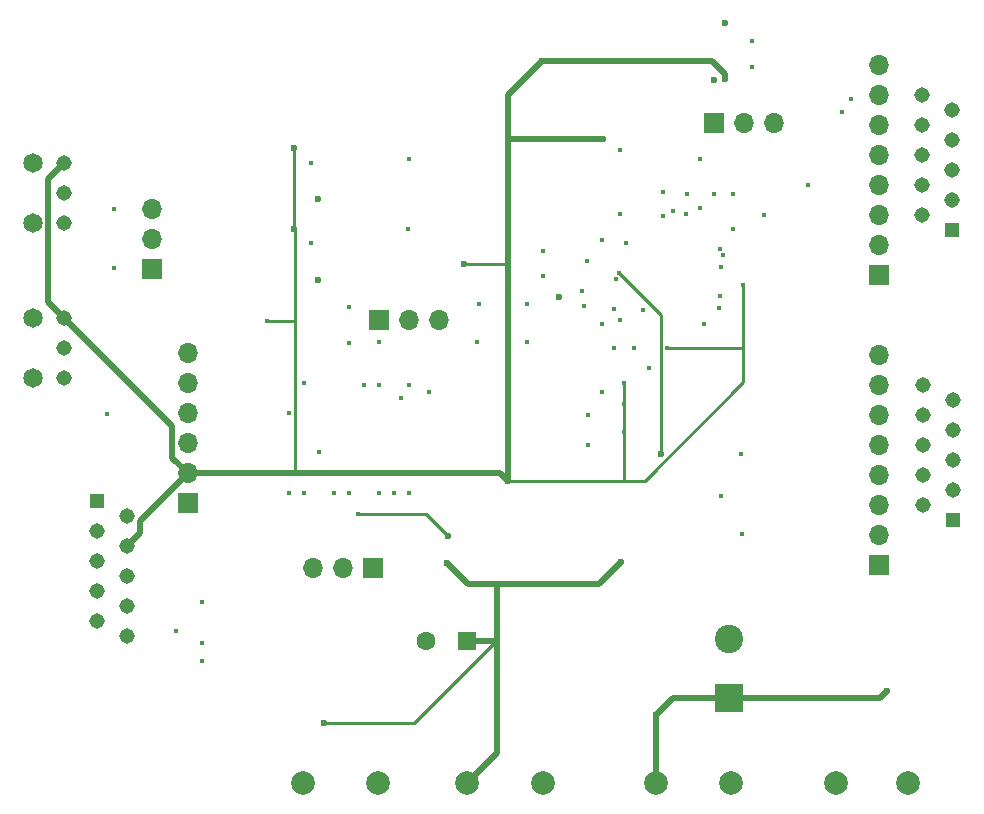
<source format=gbr>
G04 #@! TF.GenerationSoftware,KiCad,Pcbnew,(5.1.9-0-10_14)*
G04 #@! TF.CreationDate,2021-04-05T13:34:52+02:00*
G04 #@! TF.ProjectId,dac,6461632e-6b69-4636-9164-5f7063625858,rev?*
G04 #@! TF.SameCoordinates,Original*
G04 #@! TF.FileFunction,Copper,L4,Bot*
G04 #@! TF.FilePolarity,Positive*
%FSLAX46Y46*%
G04 Gerber Fmt 4.6, Leading zero omitted, Abs format (unit mm)*
G04 Created by KiCad (PCBNEW (5.1.9-0-10_14)) date 2021-04-05 13:34:52*
%MOMM*%
%LPD*%
G01*
G04 APERTURE LIST*
G04 #@! TA.AperFunction,ComponentPad*
%ADD10C,1.308000*%
G04 #@! TD*
G04 #@! TA.AperFunction,ComponentPad*
%ADD11C,1.650000*%
G04 #@! TD*
G04 #@! TA.AperFunction,ComponentPad*
%ADD12O,1.700000X1.700000*%
G04 #@! TD*
G04 #@! TA.AperFunction,ComponentPad*
%ADD13R,1.700000X1.700000*%
G04 #@! TD*
G04 #@! TA.AperFunction,ComponentPad*
%ADD14C,2.000000*%
G04 #@! TD*
G04 #@! TA.AperFunction,ComponentPad*
%ADD15R,1.308000X1.308000*%
G04 #@! TD*
G04 #@! TA.AperFunction,ComponentPad*
%ADD16C,1.600000*%
G04 #@! TD*
G04 #@! TA.AperFunction,ComponentPad*
%ADD17R,1.600000X1.600000*%
G04 #@! TD*
G04 #@! TA.AperFunction,ComponentPad*
%ADD18C,2.400000*%
G04 #@! TD*
G04 #@! TA.AperFunction,ComponentPad*
%ADD19R,2.400000X2.400000*%
G04 #@! TD*
G04 #@! TA.AperFunction,ViaPad*
%ADD20C,0.400000*%
G04 #@! TD*
G04 #@! TA.AperFunction,ViaPad*
%ADD21C,0.600000*%
G04 #@! TD*
G04 #@! TA.AperFunction,Conductor*
%ADD22C,0.500000*%
G04 #@! TD*
G04 #@! TA.AperFunction,Conductor*
%ADD23C,0.250000*%
G04 #@! TD*
G04 APERTURE END LIST*
D10*
X115025000Y-83185000D03*
X115025000Y-85725000D03*
X115025000Y-88265000D03*
D11*
X112395000Y-88265000D03*
X112395000Y-83185000D03*
D10*
X115025000Y-70104000D03*
X115025000Y-72644000D03*
X115025000Y-75184000D03*
D11*
X112395000Y-75184000D03*
X112395000Y-70104000D03*
D12*
X136080500Y-104394000D03*
X138620500Y-104394000D03*
D13*
X141160500Y-104394000D03*
D14*
X171450000Y-122555000D03*
X165100000Y-122555000D03*
D15*
X190246000Y-100266500D03*
D10*
X187706000Y-98996500D03*
X190246000Y-97726500D03*
X187706000Y-96456500D03*
X190246000Y-95186500D03*
X187706000Y-93916500D03*
X190246000Y-92646500D03*
X187706000Y-91376500D03*
X190246000Y-90106500D03*
X187706000Y-88836500D03*
D12*
X184023000Y-86296500D03*
X184023000Y-88836500D03*
X184023000Y-91376500D03*
X184023000Y-93916500D03*
X184023000Y-96456500D03*
X184023000Y-98996500D03*
X184023000Y-101536500D03*
D13*
X184023000Y-104076500D03*
D12*
X175107600Y-66649600D03*
X172567600Y-66649600D03*
D13*
X170027600Y-66649600D03*
D12*
X122491500Y-73977500D03*
X122491500Y-76517500D03*
D13*
X122491500Y-79057500D03*
D12*
X184023000Y-61785500D03*
X184023000Y-64325500D03*
X184023000Y-66865500D03*
X184023000Y-69405500D03*
X184023000Y-71945500D03*
X184023000Y-74485500D03*
X184023000Y-77025500D03*
D13*
X184023000Y-79565500D03*
D12*
X146748500Y-83375500D03*
X144208500Y-83375500D03*
D13*
X141668500Y-83375500D03*
D15*
X117792500Y-98679000D03*
D10*
X120332500Y-99949000D03*
X117792500Y-101219000D03*
X120332500Y-102489000D03*
X117792500Y-103759000D03*
X120332500Y-105029000D03*
X117792500Y-106299000D03*
X120332500Y-107569000D03*
X117792500Y-108839000D03*
X120332500Y-110109000D03*
D15*
X190224000Y-75755500D03*
D10*
X187684000Y-74485500D03*
X190224000Y-73215500D03*
X187684000Y-71945500D03*
X190224000Y-70675500D03*
X187684000Y-69405500D03*
X190224000Y-68135500D03*
X187684000Y-66865500D03*
X190224000Y-65595500D03*
X187684000Y-64325500D03*
D16*
X145661500Y-110553500D03*
D17*
X149161500Y-110553500D03*
D12*
X125476000Y-86156800D03*
X125476000Y-88696800D03*
X125476000Y-91236800D03*
X125476000Y-93776800D03*
X125476000Y-96316800D03*
D13*
X125476000Y-98856800D03*
D14*
X180340000Y-122555000D03*
X186436000Y-122555000D03*
X141605000Y-122555000D03*
X149098000Y-122555000D03*
X155575000Y-122555000D03*
X135255000Y-122555000D03*
D18*
X171323000Y-110379500D03*
D19*
X171323000Y-115379500D03*
D20*
X165709600Y-74523600D03*
X165709600Y-72542400D03*
X164566600Y-87401400D03*
D21*
X170992800Y-58216800D03*
X156921200Y-81381600D03*
X136550400Y-73152000D03*
X136550400Y-79959200D03*
X131508500Y-96329500D03*
X152579000Y-96976000D03*
D20*
X166096000Y-85770400D03*
X172491400Y-80391000D03*
X162411400Y-88693000D03*
X162411400Y-92815400D03*
X162411400Y-90465900D03*
D21*
X155445800Y-61470200D03*
X148844000Y-78587600D03*
X160629600Y-68072000D03*
X170977600Y-63007200D03*
X134518400Y-75641200D03*
X134518400Y-68783200D03*
D20*
X132160000Y-83422500D03*
X139874000Y-99838500D03*
D21*
X147510500Y-101663500D03*
D20*
X159258000Y-78412000D03*
X155600400Y-79603600D03*
X162585400Y-76818000D03*
X155600400Y-77520800D03*
D21*
X184658000Y-114808000D03*
X165100000Y-116840000D03*
D20*
X135331200Y-88696800D03*
X134061200Y-91236800D03*
X136601200Y-94538800D03*
X144208500Y-88900000D03*
X159385000Y-91376500D03*
X150114000Y-81978500D03*
X141668500Y-88900000D03*
X159385000Y-93916500D03*
X149987000Y-85217000D03*
X141668500Y-85217000D03*
D21*
X165544500Y-94678500D03*
D20*
X161976500Y-79387000D03*
X167716200Y-72720200D03*
X167649768Y-74380968D03*
D21*
X147433000Y-103963500D03*
X162179000Y-103822500D03*
X151638000Y-110490000D03*
X137033000Y-117475000D03*
D20*
X163271200Y-85699600D03*
X161734959Y-79936236D03*
X161594800Y-85750400D03*
X161544000Y-82397600D03*
X160528000Y-83718400D03*
X140411200Y-88849200D03*
X145948400Y-89458800D03*
X160528000Y-89458800D03*
X154228800Y-85242400D03*
X159054800Y-82194400D03*
X158902400Y-80873600D03*
X154178000Y-81991200D03*
X170561000Y-77343000D03*
X170827765Y-77884800D03*
X174269400Y-74498200D03*
X177977800Y-71958200D03*
X170611800Y-78862000D03*
X135890000Y-70053200D03*
X119253000Y-73977500D03*
X135890000Y-76860400D03*
X162115500Y-74422000D03*
X162111164Y-68981662D03*
X160528000Y-76581000D03*
X171653200Y-75641200D03*
X171653200Y-72694800D03*
X169189400Y-83693000D03*
X172440600Y-101523800D03*
X170611800Y-98272600D03*
X170459400Y-82372200D03*
X170510200Y-81322199D03*
X172339000Y-94716600D03*
D21*
X170027600Y-63042800D03*
D20*
X181610000Y-64668400D03*
X173228000Y-59740800D03*
X162119800Y-83362800D03*
X170027600Y-72694800D03*
X164033200Y-82550000D03*
X180898800Y-65735200D03*
X173228000Y-61925200D03*
X168859200Y-73914000D03*
X168859200Y-69697600D03*
X144221200Y-69697600D03*
X166573200Y-74117200D03*
X144170400Y-75641200D03*
X139128500Y-97980500D03*
X137843498Y-97995502D03*
X139128500Y-85344000D03*
X139128500Y-82296000D03*
X135318500Y-97980500D03*
X134048500Y-97980500D03*
X118681500Y-91313000D03*
X119253000Y-78994000D03*
X126682500Y-107274010D03*
X141668500Y-97980500D03*
X144208500Y-98044000D03*
X124523500Y-109728000D03*
X143573500Y-89979500D03*
X126682500Y-112268000D03*
X126682500Y-110680500D03*
X142938500Y-98044000D03*
D22*
X113670001Y-71458999D02*
X113670001Y-81830001D01*
X113670001Y-81830001D02*
X115025000Y-83185000D01*
X115025000Y-70104000D02*
X113670001Y-71458999D01*
X151932500Y-96329500D02*
X152579000Y-96976000D01*
X143129000Y-96329500D02*
X151932500Y-96329500D01*
D23*
X166096000Y-85770400D02*
X166096000Y-85770400D01*
X164172002Y-96976000D02*
X172491400Y-88656602D01*
X172446000Y-85770400D02*
X172491400Y-85725000D01*
X166096000Y-85770400D02*
X172446000Y-85770400D01*
X172491400Y-85725000D02*
X172491400Y-80391000D01*
X172491400Y-88656602D02*
X172491400Y-85725000D01*
X162411400Y-96973400D02*
X162408800Y-96976000D01*
X162408800Y-96976000D02*
X164172002Y-96976000D01*
X152579000Y-96976000D02*
X162408800Y-96976000D01*
D22*
X125488700Y-96329500D02*
X125476000Y-96316800D01*
X131508500Y-96329500D02*
X125488700Y-96329500D01*
D23*
X162411400Y-92815400D02*
X162411400Y-96973400D01*
X162411400Y-90465900D02*
X162411400Y-92815400D01*
X162411400Y-88693000D02*
X162411400Y-90465900D01*
D22*
X152579000Y-64337000D02*
X155445800Y-61470200D01*
D23*
X148844000Y-78587600D02*
X152501600Y-78587600D01*
X152501600Y-78587600D02*
X152579000Y-78665000D01*
D22*
X152579000Y-96976000D02*
X152579000Y-78665000D01*
D23*
X152654000Y-68072000D02*
X152579000Y-68147000D01*
D22*
X152579000Y-78665000D02*
X152579000Y-68147000D01*
X152755600Y-68072000D02*
X152579000Y-67895400D01*
X160629600Y-68072000D02*
X152755600Y-68072000D01*
X152579000Y-67895400D02*
X152579000Y-64337000D01*
X152579000Y-68147000D02*
X152579000Y-67895400D01*
X170977600Y-62582936D02*
X170977600Y-63007200D01*
X169864864Y-61470200D02*
X170977600Y-62582936D01*
X155445800Y-61470200D02*
X169864864Y-61470200D01*
D23*
X134518400Y-68783200D02*
X134518400Y-75641200D01*
X134586201Y-96299799D02*
X134556500Y-96329500D01*
X134518400Y-75641200D02*
X134586201Y-75709001D01*
D22*
X134556500Y-96329500D02*
X143129000Y-96329500D01*
X131508500Y-96329500D02*
X134556500Y-96329500D01*
D23*
X134509500Y-83422500D02*
X134586201Y-83345799D01*
X132160000Y-83422500D02*
X134509500Y-83422500D01*
X134586201Y-83345799D02*
X134586201Y-96299799D01*
X134586201Y-75709001D02*
X134586201Y-83345799D01*
D22*
X121436501Y-100356299D02*
X125476000Y-96316800D01*
X121436501Y-101384999D02*
X121436501Y-100356299D01*
X120332500Y-102489000D02*
X121436501Y-101384999D01*
D23*
X139874000Y-99838500D02*
X145685500Y-99838500D01*
X145685500Y-99838500D02*
X147510500Y-101663500D01*
D22*
X124175999Y-95016799D02*
X124175999Y-92335999D01*
X124175999Y-92335999D02*
X115025000Y-83185000D01*
X125476000Y-96316800D02*
X124175999Y-95016799D01*
X184086500Y-115379500D02*
X184658000Y-114808000D01*
X171323000Y-115379500D02*
X184086500Y-115379500D01*
X166560500Y-115379500D02*
X165100000Y-116840000D01*
X171323000Y-115379500D02*
X166560500Y-115379500D01*
X165100000Y-116840000D02*
X165100000Y-122555000D01*
D23*
X165544500Y-82955000D02*
X161976500Y-79387000D01*
X165544500Y-94678500D02*
X165544500Y-82955000D01*
D22*
X147433000Y-103963500D02*
X149197000Y-105727500D01*
X160274000Y-105727500D02*
X162179000Y-103822500D01*
X154051000Y-105727500D02*
X160274000Y-105727500D01*
X151574500Y-110553500D02*
X151638000Y-110490000D01*
X149161500Y-110553500D02*
X151574500Y-110553500D01*
X151638000Y-105791000D02*
X151574500Y-105727500D01*
X151638000Y-110490000D02*
X151638000Y-105791000D01*
X151574500Y-105727500D02*
X154051000Y-105727500D01*
X149197000Y-105727500D02*
X151574500Y-105727500D01*
X151638000Y-120015000D02*
X149098000Y-122555000D01*
X151638000Y-110490000D02*
X151638000Y-120015000D01*
D23*
X144653000Y-117475000D02*
X151638000Y-110490000D01*
X137033000Y-117475000D02*
X144653000Y-117475000D01*
M02*

</source>
